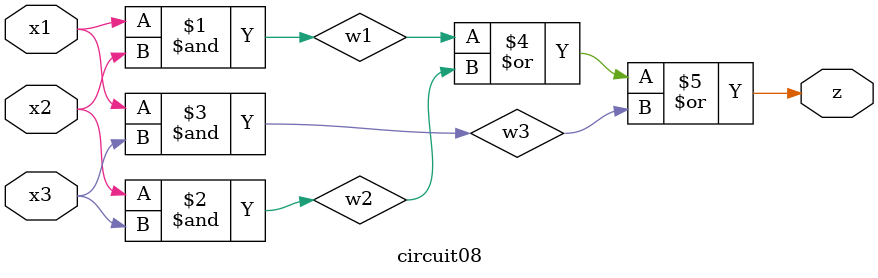
<source format=v>
module circuit08(x1, x2, x3, z);
input x1, x2, x3;
output z;
wire w1, w2, w3;

    and(w1, x1, x2);
    and(w2, x2, x3);
    and(w3, x1, x3);

    or(z, w1, w2, w3);

endmodule

</source>
